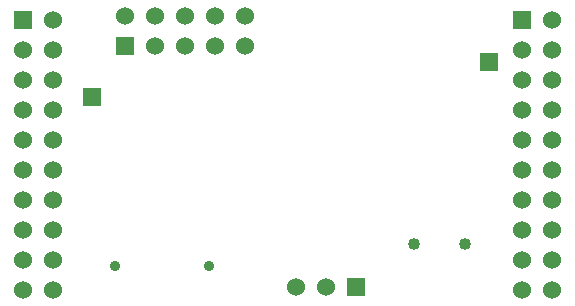
<source format=gbs>
G04 (created by PCBNEW (2013-07-07 BZR 4022)-stable) date 27/12/2013 08:41:32*
%MOIN*%
G04 Gerber Fmt 3.4, Leading zero omitted, Abs format*
%FSLAX34Y34*%
G01*
G70*
G90*
G04 APERTURE LIST*
%ADD10C,0.00590551*%
%ADD11R,0.06X0.06*%
%ADD12C,0.06*%
%ADD13C,0.04*%
%ADD14C,0.035*%
G04 APERTURE END LIST*
G54D10*
G54D11*
X81100Y-69900D03*
G54D12*
X80100Y-69900D03*
X79100Y-69900D03*
G54D11*
X70000Y-60984D03*
G54D12*
X71000Y-60984D03*
X70000Y-61984D03*
X71000Y-61984D03*
X70000Y-62984D03*
X71000Y-62984D03*
X70000Y-63984D03*
X71000Y-63984D03*
X70000Y-64984D03*
X71000Y-64984D03*
X70000Y-65984D03*
X71000Y-65984D03*
X70000Y-66984D03*
X71000Y-66984D03*
X70000Y-67984D03*
X71000Y-67984D03*
X70000Y-68984D03*
X71000Y-68984D03*
X70000Y-69984D03*
X71000Y-69984D03*
G54D11*
X86650Y-60984D03*
G54D12*
X87650Y-60984D03*
X86650Y-61984D03*
X87650Y-61984D03*
X86650Y-62984D03*
X87650Y-62984D03*
X86650Y-63984D03*
X87650Y-63984D03*
X86650Y-64984D03*
X87650Y-64984D03*
X86650Y-65984D03*
X87650Y-65984D03*
X86650Y-66984D03*
X87650Y-66984D03*
X86650Y-67984D03*
X87650Y-67984D03*
X86650Y-68984D03*
X87650Y-68984D03*
X86650Y-69984D03*
X87650Y-69984D03*
G54D13*
X83050Y-68450D03*
X84750Y-68450D03*
G54D11*
X85550Y-62400D03*
X73400Y-61850D03*
G54D12*
X73400Y-60850D03*
X74400Y-61850D03*
X74400Y-60850D03*
X75400Y-61850D03*
X75400Y-60850D03*
X76400Y-61850D03*
X76400Y-60850D03*
X77400Y-61850D03*
X77400Y-60850D03*
G54D11*
X72300Y-63550D03*
G54D14*
X73076Y-69191D03*
X76225Y-69191D03*
M02*

</source>
